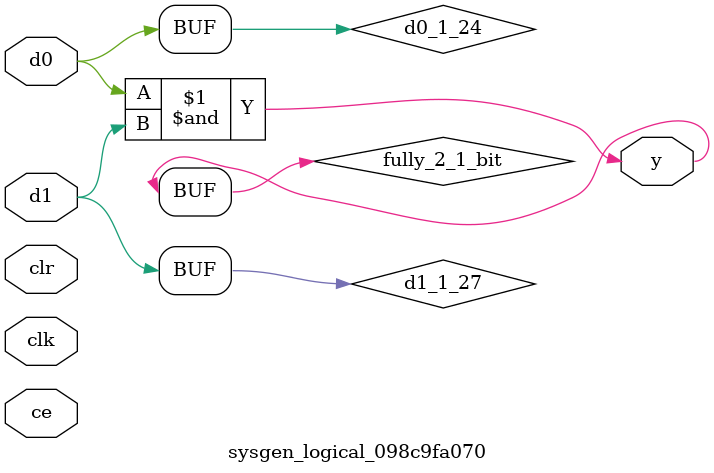
<source format=v>
module sysgen_logical_098c9fa070 (
  input [(1 - 1):0] d0,
  input [(1 - 1):0] d1,
  output [(1 - 1):0] y,
  input clk,
  input ce,
  input clr);
  wire d0_1_24;
  wire d1_1_27;
  wire fully_2_1_bit;
  assign d0_1_24 = d0;
  assign d1_1_27 = d1;
  assign fully_2_1_bit = d0_1_24 & d1_1_27;
  assign y = fully_2_1_bit;
endmodule
</source>
